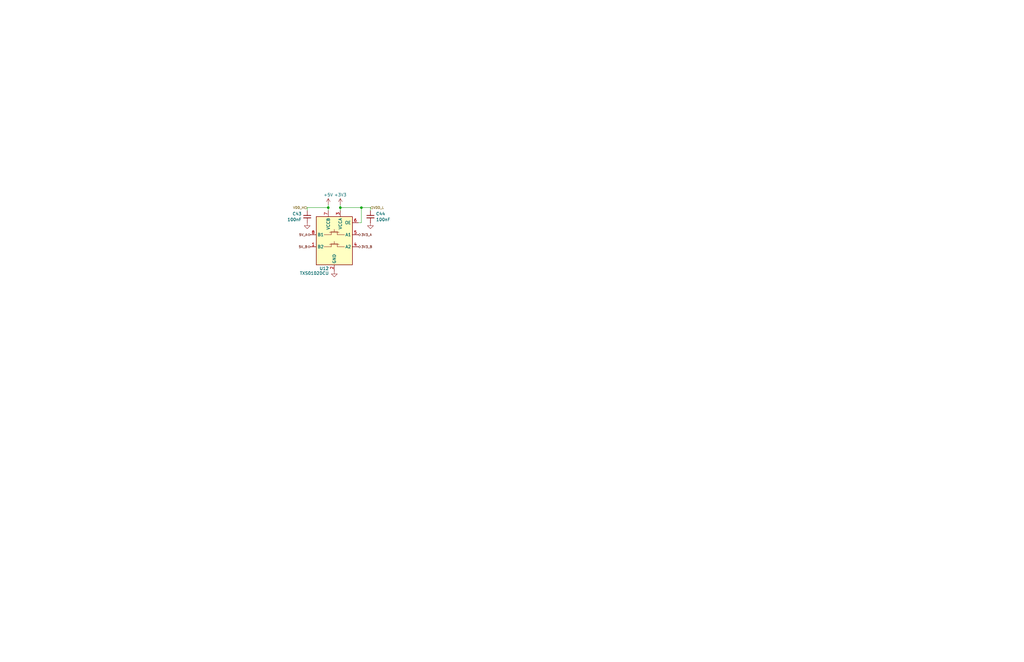
<source format=kicad_sch>
(kicad_sch (version 20250114) (generator "eeschema") (generator_version "9.0")
  (paper "B")
  (lib_symbols
    (symbol "Device:C_Small" (pin_numbers (hide yes)) (pin_names (offset 0.254) (hide yes))
      (property "Reference" "C" (at 0.254 1.778 0))
      (property "Value" "C_Small" (at 0.254 -2.032 0))
      (symbol "C_Small_0_1"
        (polyline (pts (xy -1.524 0.508) (xy 1.524 0.508)) (stroke (width 0.3048)))
        (polyline (pts (xy -1.524 -0.508) (xy 1.524 -0.508)) (stroke (width 0.3302)))
      )
      (symbol "C_Small_1_1"
        (pin passive line (at 0 2.54 270) (length 2.032) (name "~") (number "1"))
        (pin passive line (at 0 -2.54 90) (length 2.032) (name "~") (number "2"))
      )
    )
    (symbol "Logic_LevelTranslator:TXS0102DCU"
      (property "Reference" "U" (at -6.35 11.43 0))
      (property "Value" "TXS0102DCU" (at 3.81 11.43 0))
      (symbol "TXS0102DCU_0_1"
        (rectangle (start -7.62 10.16) (end 7.62 -10.16) (stroke (width 0.254)) (fill (type background)))
        (polyline (pts (xy -4.318 -2.54) (xy -1.27 -2.54)))
        (polyline (pts (xy -2.032 -1.524) (xy 2.032 -1.524)))
        (polyline (pts (xy -1.524 -1.27) (xy 1.524 -1.27)))
        (polyline (pts (xy -1.27 -2.54) (xy -1.27 -1.524)))
        (polyline (pts (xy 0 -1.27) (xy 0 -0.254)))
        (polyline (pts (xy 1.27 -2.54) (xy 1.27 -1.524)))
        (polyline (pts (xy 4.318 -2.54) (xy 1.27 -2.54)))
      )
      (symbol "TXS0102DCU_1_1"
        (polyline (pts (xy -4.318 2.54) (xy -1.27 2.54)))
        (polyline (pts (xy -2.032 3.556) (xy 2.032 3.556)))
        (polyline (pts (xy -1.524 3.81) (xy 1.524 3.81)))
        (polyline (pts (xy -1.27 2.54) (xy -1.27 3.556)))
        (polyline (pts (xy 0 3.81) (xy 0 4.826)))
        (polyline (pts (xy 1.27 2.54) (xy 1.27 3.556)))
        (polyline (pts (xy 4.318 2.54) (xy 1.27 2.54)))
        (pin input line (at -10.16 7.62 0) (length 2.54) (name "OE") (number "6"))
        (pin bidirectional line (at -10.16 2.54 0) (length 2.54) (name "A1") (number "5"))
        (pin bidirectional line (at -10.16 -2.54 0) (length 2.54) (name "A2") (number "4"))
        (pin power_in line (at -2.54 12.7 270) (length 2.54) (name "VCCA") (number "3"))
        (pin power_in line (at 0 -12.7 90) (length 2.54) (name "GND") (number "2"))
        (pin power_in line (at 2.54 12.7 270) (length 2.54) (name "VCCB") (number "7"))
        (pin bidirectional line (at 10.16 2.54 180) (length 2.54) (name "B1") (number "8"))
        (pin bidirectional line (at 10.16 -2.54 180) (length 2.54) (name "B2") (number "1"))
      )
    )
    (symbol "power:+3V3" (power) (pin_numbers (hide yes)) (pin_names (offset 0) (hide yes))
      (property "Value" "+3V3" (at 0 3.556 0))
      (symbol "+3V3_0_1"
        (polyline (pts (xy -0.762 1.27) (xy 0 2.54)))
        (polyline (pts (xy 0 2.54) (xy 0.762 1.27)))
        (polyline (pts (xy 0 0) (xy 0 2.54)))
      )
      (symbol "+3V3_1_1"
        (pin power_in line (at 0 0 90) (length 0) (name "~") (number "1"))
      )
    )
    (symbol "power:+5V" (power) (pin_numbers (hide yes)) (pin_names (offset 0) (hide yes))
      (property "Value" "+5V" (at 0 3.556 0))
      (symbol "+5V_0_1"
        (polyline (pts (xy -0.762 1.27) (xy 0 2.54)))
        (polyline (pts (xy 0 2.54) (xy 0.762 1.27)))
        (polyline (pts (xy 0 0) (xy 0 2.54)))
      )
      (symbol "+5V_1_1"
        (pin power_in line (at 0 0 90) (length 0) (name "~") (number "1"))
      )
    )
    (symbol "power:GND" (power) (pin_numbers (hide yes)) (pin_names (offset 0) (hide yes))
      (property "Value" "GND" (at 0 -3.81 0))
      (symbol "GND_0_1"
        (polyline (pts (xy 0 0) (xy 0 -1.27) (xy 1.27 -1.27) (xy 0 -2.54) (xy -1.27 -1.27) (xy 0 -1.27)))
      )
      (symbol "GND_1_1"
        (pin power_in line (at 0 0 270) (length 0) (name "~") (number "1"))
      )
    )
  )
  (junction (at 143.51 87.63))
  (junction (at 152.4 87.63))
  (junction (at 138.43 87.63))
  (wire (pts (xy 152.4 93.98) (xy 151.13 93.98)))
  (wire (pts (xy 156.21 88.9) (xy 156.21 87.63)))
  (wire (pts (xy 138.43 86.36) (xy 138.43 87.63)))
  (wire (pts (xy 143.51 86.36) (xy 143.51 87.63)))
  (wire (pts (xy 129.54 87.63) (xy 138.43 87.63)))
  (wire (pts (xy 143.51 87.63) (xy 152.4 87.63)))
  (wire (pts (xy 138.43 87.63) (xy 138.43 88.9)))
  (wire (pts (xy 143.51 87.63) (xy 143.51 88.9)))
  (wire (pts (xy 129.54 88.9) (xy 129.54 87.63)))
  (wire (pts (xy 152.4 87.63) (xy 156.21 87.63)))
  (wire (pts (xy 152.4 87.63) (xy 152.4 93.98)))
  (hierarchical_label "3V3_B" (shape bidirectional) (at 151.13 104.14 0) (effects (font (size 1 1))))
  (hierarchical_label "5V_A" (shape bidirectional) (at 130.81 99.06 180) (effects (font (size 1 1))))
  (hierarchical_label "VDD_L" (shape input) (at 156.21 87.63 0) (effects (font (size 1 1))))
  (hierarchical_label "5V_B" (shape bidirectional) (at 130.81 104.14 180) (effects (font (size 1 1))))
  (hierarchical_label "3V3_A" (shape bidirectional) (at 151.13 99.06 0) (effects (font (size 1 1))))
  (hierarchical_label "VDD_H" (shape input) (at 129.54 87.63 180) (effects (font (size 1 1))))
  (symbol (lib_id "power:+5V") (at 138.43 86.36 0) (unit 1)
    (property "Reference" "#PWR?" (effects (hide yes)))
    (property "Value" "+5V" (at 138.43 82.2269 0))
    (property "Description" "Power symbol creates a global label with name \"+5V\"" (effects (hide yes)))
    (instances (project "PilotAudioPanel" (path "" (reference "#PWR0126") (unit 1))) (project "Front IO Panel" (path "" (reference "#PWR?") (unit 1))))
  )
  (symbol (lib_id "power:GND") (at 156.21 93.98 0) (unit 1)
    (property "Reference" "#PWR?" (effects (hide yes)))
    (property "Value" "GND" (effects (hide yes)))
    (property "Description" "Power symbol creates a global label with name \"GND\" , ground" (effects (hide yes)))
    (instances (project "PilotAudioPanel" (path "" (reference "#PWR0129") (unit 1))) (project "Front IO Panel" (path "" (reference "#PWR?") (unit 1))))
  )
  (symbol (lib_id "power:GND") (at 140.97 114.3 0) (unit 1)
    (property "Reference" "#PWR?" (effects (hide yes)))
    (property "Value" "GND" (effects (hide yes)))
    (property "Description" "Power symbol creates a global label with name \"GND\" , ground" (effects (hide yes)))
    (instances (project "PilotAudioPanel" (path "" (reference "#PWR0127") (unit 1))) (project "Front IO Panel" (path "" (reference "#PWR?") (unit 1))))
  )
  (symbol (lib_id "power:+3V3") (at 143.51 86.36 0) (unit 1)
    (property "Reference" "#PWR?" (effects (hide yes)))
    (property "Value" "+3V3" (at 143.51 82.2269 0))
    (property "Description" "Power symbol creates a global label with name \"+3V3\"" (effects (hide yes)))
    (instances (project "PilotAudioPanel" (path "" (reference "#PWR066") (unit 1))) (project "Front IO Panel" (path "" (reference "#PWR?") (unit 1))))
  )
  (symbol (lib_id "Device:C_Small") (at 156.21 91.44 0) (unit 1)
    (property "Reference" "C?" (at 158.5341 90.2341 0) (effects (justify left)))
    (property "Value" "100nF" (at 158.5341 92.6584 0) (effects (justify left)))
    (property "Description" "Unpolarized capacitor, small symbol" (effects (hide yes)))
    (instances (project "PilotAudioPanel" (path "" (reference "C44") (unit 1))) (project "Front IO Panel" (path "" (reference "C?") (unit 1))))
  )
  (symbol (lib_id "Logic_LevelTranslator:TXS0102DCU") (at 140.97 101.6 0) (mirror y) (unit 1)
    (property "Reference" "U?" (at 138.684 113.284 0) (effects (justify left)))
    (property "Value" "TXS0102DCU" (at 138.684 115.316 0) (effects (justify left)))
    (property "Footprint" "Package_SO:VSSOP-8_2.3x2mm_P0.5mm" (effects (hide yes)))
    (property "Datasheet" "http://www.ti.com/lit/gpn/txs0102" (effects (hide yes)))
    (property "Description" "2-Bit Bidirectional Voltage-Level Shifter for Open-Drain and Push-Pull Application, VSSOP-8" (effects (hide yes)))
    (instances (project "PilotAudioPanel" (path "" (reference "U12") (unit 1))) (project "Front IO Panel" (path "" (reference "U?") (unit 1))))
  )
  (symbol (lib_id "Device:C_Small") (at 129.54 91.44 0) (mirror y) (unit 1)
    (property "Reference" "C?" (at 127.2159 90.2341 0) (effects (justify left)))
    (property "Value" "100nF" (at 127.2159 92.6584 0) (effects (justify left)))
    (property "Description" "Unpolarized capacitor, small symbol" (effects (hide yes)))
    (instances (project "PilotAudioPanel" (path "" (reference "C43") (unit 1))) (project "Front IO Panel" (path "" (reference "C?") (unit 1))))
  )
  (symbol (lib_id "power:GND") (at 129.54 93.98 0) (unit 1)
    (property "Reference" "#PWR?" (effects (hide yes)))
    (property "Value" "GND" (effects (hide yes)))
    (property "Description" "Power symbol creates a global label with name \"GND\" , ground" (effects (hide yes)))
    (instances (project "PilotAudioPanel" (path "" (reference "#PWR0128") (unit 1))) (project "Front IO Panel" (path "" (reference "#PWR?") (unit 1))))
  )
)
</source>
